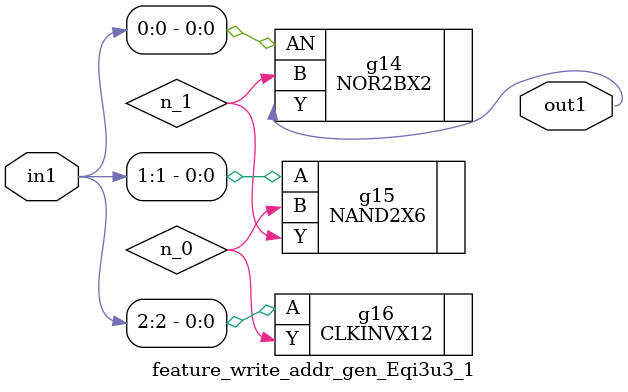
<source format=v>
`timescale 1ps / 1ps


module feature_write_addr_gen_Eqi3u3_1(in1, out1);
  input [2:0] in1;
  output out1;
  wire [2:0] in1;
  wire out1;
  wire n_0, n_1;
  NOR2BX2 g14(.AN (in1[0]), .B (n_1), .Y (out1));
  NAND2X6 g15(.A (in1[1]), .B (n_0), .Y (n_1));
  CLKINVX12 g16(.A (in1[2]), .Y (n_0));
endmodule



</source>
